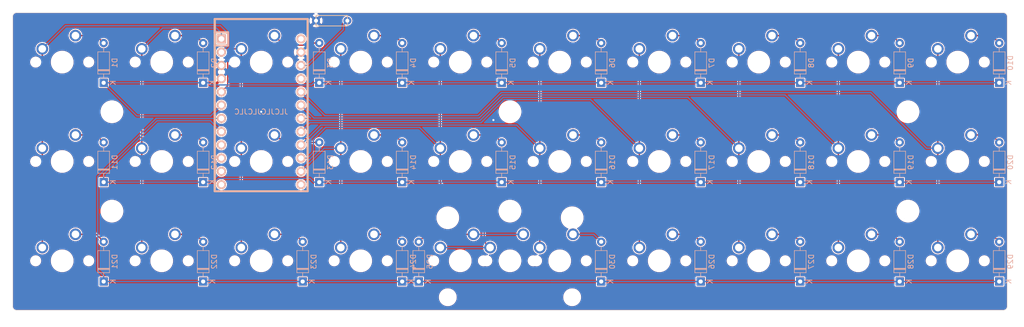
<source format=kicad_pcb>
(kicad_pcb (version 20171130) (host pcbnew "(5.1.4)-1")
  (layers (0 F.Cu signal) (31 B.Cu signal) (34 B.Paste user) (35 F.Paste user) (36 B.SilkS user) (37 F.SilkS user) (38 B.Mask user) (39 F.Mask user) (44 Edge.Cuts user))
  (net 0 "")
  (net 1 "Net-(D1-Pad2)")
  (net 2 "Net-(D2-Pad2)")
  (net 3 "Net-(D3-Pad2)")
  (net 4 "Net-(D4-Pad2)")
  (net 5 "Net-(D5-Pad2)")
  (net 6 "Net-(D6-Pad2)")
  (net 7 "Net-(D7-Pad2)")
  (net 8 "Net-(D8-Pad2)")
  (net 9 "Net-(D9-Pad2)")
  (net 10 "Net-(D10-Pad2)")
  (net 11 "Net-(D11-Pad2)")
  (net 12 "Net-(D12-Pad2)")
  (net 13 "Net-(D13-Pad2)")
  (net 14 "Net-(D14-Pad2)")
  (net 15 "Net-(D15-Pad2)")
  (net 16 "Net-(D16-Pad2)")
  (net 17 "Net-(D17-Pad2)")
  (net 18 "Net-(D18-Pad2)")
  (net 19 "Net-(D19-Pad2)")
  (net 20 "Net-(D20-Pad2)")
  (net 21 "Net-(D21-Pad2)")
  (net 22 "Net-(D22-Pad2)")
  (net 23 "Net-(D23-Pad2)")
  (net 24 "Net-(D24-Pad2)")
  (net 25 "Net-(D25-Pad2)")
  (net 26 "Net-(D26-Pad2)")
  (net 27 "Net-(D27-Pad2)")
  (net 28 "Net-(D28-Pad2)")
  (net 29 "Net-(D29-Pad2)")
  (net 30 "Net-(SW1-Pad2)")
  (net 31 "Net-(U1-Pad24)")
  (net 32 "Net-(U1-Pad12)")
  (net 33 "Net-(U1-Pad21)")
  (net 34 "Net-(U1-Pad13)")
  (net 35 "Net-(U1-Pad11)")
  (net 36 "Net-(U1-Pad10)")
  (net 37 "Net-(U1-Pad9)")
  (net 38 A)
  (net 39 B)
  (net 40 C)
  (net 41 0)
  (net 42 1)
  (net 43 2)
  (net 44 3)
  (net 45 4)
  (net 46 5)
  (net 47 6)
  (net 48 7)
  (net 49 8)
  (net 50 9)
  (net 51 GND)
  (net 52 "Net-(D30-Pad2)")
  (module Diode_THT:D_DO-35_SOD27_P7.62mm_Horizontal (layer B.Cu) (at 91.28125 65.0875 90)
    (fp_text reference D25 (at 3.81 2.12 90) (layer B.SilkS) (effects (justify mirror)))
    (fp_text value D_Small)
    (fp_text user K (at 0 1.8 90) (layer B.SilkS) (effects (justify mirror)))
    (pad 2 thru_hole oval (at 7.62 0 90) (size 1.6 1.6) (drill 0.8) (layers *.Cu *.Mask) (net 25 "Net-(D25-Pad2)"))
    (pad 1 thru_hole rect (at 0 0 90) (size 1.6 1.6) (drill 0.8) (layers *.Cu *.Mask) (net 40 C))
  )
  (module MX_Only:MXOnly-1U-NoLED (layer F.Cu) (at 99.21875 61.11875)
    (fp_text reference MX31)
    (fp_text value MX-NoLED)
    (pad 2 thru_hole circle (at 2.54 -5.08) (size 2.25 2.25) (drill 1.47) (layers *.Cu B.Mask) (net 25 "Net-(D25-Pad2)"))
    (pad "" np_thru_hole circle (at 0 0) (size 3.9878 3.9878) (drill 3.9878) (layers *.Cu *.Mask))
    (pad 1 thru_hole circle (at -3.81 -2.54) (size 2.25 2.25) (drill 1.47) (layers *.Cu B.Mask) (net 45 4))
    (pad "" np_thru_hole circle (at -5.08 0 48.0996) (size 1.75 1.75) (drill 1.75) (layers *.Cu *.Mask))
    (pad "" np_thru_hole circle (at 5.08 0 48.0996) (size 1.75 1.75) (drill 1.75) (layers *.Cu *.Mask))
  )
  (module MX_Only:MXOnly-1U-NoLED (layer F.Cu) (at 118.26875 61.11875)
    (fp_text reference MX30)
    (fp_text value MX-NoLED)
    (pad 2 thru_hole circle (at 2.54 -5.08) (size 2.25 2.25) (drill 1.47) (layers *.Cu B.Mask) (net 52 "Net-(D30-Pad2)"))
    (pad "" np_thru_hole circle (at 0 0) (size 3.9878 3.9878) (drill 3.9878) (layers *.Cu *.Mask))
    (pad 1 thru_hole circle (at -3.81 -2.54) (size 2.25 2.25) (drill 1.47) (layers *.Cu B.Mask) (net 46 5))
    (pad "" np_thru_hole circle (at -5.08 0 48.0996) (size 1.75 1.75) (drill 1.75) (layers *.Cu *.Mask))
    (pad "" np_thru_hole circle (at 5.08 0 48.0996) (size 1.75 1.75) (drill 1.75) (layers *.Cu *.Mask))
  )
  (module Diode_THT:D_DO-35_SOD27_P7.62mm_Horizontal (layer B.Cu) (at 126.20625 65.0875 90)
    (fp_text reference D30 (at 3.81 2.12 90) (layer B.SilkS) (effects (justify mirror)))
    (fp_text value D_Small)
    (fp_text user K (at 0 1.8 90) (layer B.SilkS) (effects (justify mirror)))
    (pad 2 thru_hole oval (at 7.62 0 90) (size 1.6 1.6) (drill 0.8) (layers *.Cu *.Mask) (net 52 "Net-(D30-Pad2)"))
    (pad 1 thru_hole rect (at 0 0 90) (size 1.6 1.6) (drill 0.8) (layers *.Cu *.Mask) (net 40 C))
  )
  (module kbd:M2_Hole_NPTH_Outside (layer F.Cu) (at 184.94375 51.59375)
    (fp_text reference REF** hide)
    (fp_text value M2_Hole_NPTH_Outside)
    (pad "" np_thru_hole circle (at 0 0) (size 4 4) (drill 4) (layers *.Cu *.Mask))
  )
  (module kbd:M2_Hole_NPTH_Outside (layer F.Cu) (at 184.94375 32.54375)
    (fp_text reference REF** hide)
    (fp_text value M2_Hole_NPTH_Outside)
    (pad "" np_thru_hole circle (at 0 0) (size 4 4) (drill 4) (layers *.Cu *.Mask))
  )
  (module kbd:M2_Hole_NPTH_Outside (layer F.Cu) (at 108.74375 32.54375)
    (fp_text reference REF** hide)
    (fp_text value M2_Hole_NPTH_Outside)
    (pad "" np_thru_hole circle (at 0 0) (size 4 4) (drill 4) (layers *.Cu *.Mask))
  )
  (module kbd:M2_Hole_NPTH_Outside (layer F.Cu) (at 108.74375 51.59375)
    (fp_text reference REF** hide)
    (fp_text value M2_Hole_NPTH_Outside)
    (pad "" np_thru_hole circle (at 0 0) (size 4 4) (drill 4) (layers *.Cu *.Mask))
  )
  (module kbd:M2_Hole_NPTH_Outside (layer F.Cu) (at 32.54375 51.59375)
    (fp_text reference REF** hide)
    (fp_text value M2_Hole_NPTH_Outside)
    (pad "" np_thru_hole circle (at 0 0) (size 4 4) (drill 4) (layers *.Cu *.Mask))
  )
  (module kbd:M2_Hole_NPTH_Outside (layer F.Cu) (at 32.54375 32.54375)
    (fp_text reference REF** hide)
    (fp_text value M2_Hole_NPTH_Outside)
    (pad "" np_thru_hole circle (at 0 0) (size 4 4) (drill 4) (layers *.Cu *.Mask))
  )
  (module rainstuff:promicro-good (layer F.Cu) (at 61.11875 32.54375 270)
    (fp_text reference U1 hide)
    (fp_text value ProMicro hide)
    (pad 24 thru_hole circle (at -13.97 -7.62 270) (size 1.7526 1.7526) (drill 1.0922) (layers *.Cu *.SilkS *.Mask) (net 31 "Net-(U1-Pad24)"))
    (pad 12 thru_hole circle (at 13.97 7.62 270) (size 1.7526 1.7526) (drill 1.0922) (layers *.Cu *.SilkS *.Mask) (net 32 "Net-(U1-Pad12)"))
    (pad 23 thru_hole circle (at -11.43 -7.62 270) (size 1.7526 1.7526) (drill 1.0922) (layers *.Cu *.SilkS *.Mask) (net 51 GND))
    (pad 22 thru_hole circle (at -8.89 -7.62 270) (size 1.7526 1.7526) (drill 1.0922) (layers *.Cu *.SilkS *.Mask) (net 30 "Net-(SW1-Pad2)"))
    (pad 21 thru_hole circle (at -6.35 -7.62 270) (size 1.7526 1.7526) (drill 1.0922) (layers *.Cu *.SilkS *.Mask) (net 33 "Net-(U1-Pad21)"))
    (pad 20 thru_hole circle (at -3.81 -7.62 270) (size 1.7526 1.7526) (drill 1.0922) (layers *.Cu *.SilkS *.Mask) (net 50 9))
    (pad 19 thru_hole circle (at -1.27 -7.62 270) (size 1.7526 1.7526) (drill 1.0922) (layers *.Cu *.SilkS *.Mask) (net 49 8))
    (pad 18 thru_hole circle (at 1.27 -7.62 270) (size 1.7526 1.7526) (drill 1.0922) (layers *.Cu *.SilkS *.Mask) (net 48 7))
    (pad 17 thru_hole circle (at 3.81 -7.62 270) (size 1.7526 1.7526) (drill 1.0922) (layers *.Cu *.SilkS *.Mask) (net 47 6))
    (pad 16 thru_hole circle (at 6.35 -7.62 270) (size 1.7526 1.7526) (drill 1.0922) (layers *.Cu *.SilkS *.Mask) (net 46 5))
    (pad 15 thru_hole circle (at 8.89 -7.62 270) (size 1.7526 1.7526) (drill 1.0922) (layers *.Cu *.SilkS *.Mask) (net 45 4))
    (pad 14 thru_hole circle (at 11.43 -7.62 270) (size 1.7526 1.7526) (drill 1.0922) (layers *.Cu *.SilkS *.Mask) (net 44 3))
    (pad 13 thru_hole circle (at 13.97 -7.62 270) (size 1.7526 1.7526) (drill 1.0922) (layers *.Cu *.SilkS *.Mask) (net 34 "Net-(U1-Pad13)"))
    (pad 11 thru_hole circle (at 11.43 7.62 270) (size 1.7526 1.7526) (drill 1.0922) (layers *.Cu *.SilkS *.Mask) (net 35 "Net-(U1-Pad11)"))
    (pad 10 thru_hole circle (at 8.89 7.62 270) (size 1.7526 1.7526) (drill 1.0922) (layers *.Cu *.SilkS *.Mask) (net 36 "Net-(U1-Pad10)"))
    (pad 9 thru_hole circle (at 6.35 7.62 270) (size 1.7526 1.7526) (drill 1.0922) (layers *.Cu *.SilkS *.Mask) (net 37 "Net-(U1-Pad9)"))
    (pad 8 thru_hole circle (at 3.81 7.62 270) (size 1.7526 1.7526) (drill 1.0922) (layers *.Cu *.SilkS *.Mask) (net 39 B))
    (pad 7 thru_hole circle (at 1.27 7.62 270) (size 1.7526 1.7526) (drill 1.0922) (layers *.Cu *.SilkS *.Mask) (net 40 C))
    (pad 6 thru_hole circle (at -1.27 7.62 270) (size 1.7526 1.7526) (drill 1.0922) (layers *.Cu *.SilkS *.Mask) (net 38 A))
    (pad 5 thru_hole circle (at -3.81 7.62 270) (size 1.7526 1.7526) (drill 1.0922) (layers *.Cu *.SilkS *.Mask) (net 43 2))
    (pad 4 thru_hole circle (at -6.35 7.62 270) (size 1.7526 1.7526) (drill 1.0922) (layers *.Cu *.SilkS *.Mask) (net 51 GND))
    (pad 3 thru_hole circle (at -8.89 7.62 270) (size 1.7526 1.7526) (drill 1.0922) (layers *.Cu *.SilkS *.Mask) (net 51 GND))
    (pad 2 thru_hole circle (at -11.43 7.62 270) (size 1.7526 1.7526) (drill 1.0922) (layers *.Cu *.SilkS *.Mask) (net 41 0))
    (pad 1 thru_hole rect (at -13.97 7.62 270) (size 1.7526 1.7526) (drill 1.0922) (layers *.Cu *.SilkS *.Mask) (net 42 1))
  )
  (module MX_Only:MXOnly-2U-ReversedStabilizers-NoLED (layer F.Cu) (at 108.74375 61.11875)
    (fp_text reference MX25)
    (fp_text value MX-NoLED)
    (pad 2 thru_hole circle (at 2.54 -5.08) (size 2.25 2.25) (drill 1.47) (layers *.Cu B.Mask) (net 25 "Net-(D25-Pad2)"))
    (pad "" np_thru_hole circle (at 0 0) (size 3.9878 3.9878) (drill 3.9878) (layers *.Cu *.Mask))
    (pad 1 thru_hole circle (at -3.81 -2.54) (size 2.25 2.25) (drill 1.47) (layers *.Cu B.Mask) (net 45 4))
    (pad "" np_thru_hole circle (at -5.08 0 48.0996) (size 1.75 1.75) (drill 1.75) (layers *.Cu *.Mask))
    (pad "" np_thru_hole circle (at 5.08 0 48.0996) (size 1.75 1.75) (drill 1.75) (layers *.Cu *.Mask))
    (pad "" np_thru_hole circle (at -11.90625 6.985) (size 3.048 3.048) (drill 3.048) (layers *.Cu *.Mask))
    (pad "" np_thru_hole circle (at 11.90625 6.985) (size 3.048 3.048) (drill 3.048) (layers *.Cu *.Mask))
    (pad "" np_thru_hole circle (at -11.90625 -8.255) (size 3.9878 3.9878) (drill 3.9878) (layers *.Cu *.Mask))
    (pad "" np_thru_hole circle (at 11.90625 -8.255) (size 3.9878 3.9878) (drill 3.9878) (layers *.Cu *.Mask))
  )
  (module rainstuff:tht-reset (layer F.Cu) (at 74.6125 15.08125)
    (fp_text reference SW1 hide)
    (fp_text value SW_PUSH)
    (pad 2 thru_hole circle (at 3 0) (size 1.524 1.524) (drill 0.762) (layers *.Cu *.Mask) (net 30 "Net-(SW1-Pad2)"))
    (pad 1 thru_hole circle (at -3 0) (size 1.524 1.524) (drill 0.762) (layers *.Cu *.Mask) (net 51 GND))
  )
  (module MX_Only:MXOnly-1U-NoLED (layer F.Cu) (at 194.46875 61.11875)
    (fp_text reference MX29)
    (fp_text value MX-NoLED)
    (pad 2 thru_hole circle (at 2.54 -5.08) (size 2.25 2.25) (drill 1.47) (layers *.Cu B.Mask) (net 29 "Net-(D29-Pad2)"))
    (pad "" np_thru_hole circle (at 0 0) (size 3.9878 3.9878) (drill 3.9878) (layers *.Cu *.Mask))
    (pad 1 thru_hole circle (at -3.81 -2.54) (size 2.25 2.25) (drill 1.47) (layers *.Cu B.Mask) (net 50 9))
    (pad "" np_thru_hole circle (at -5.08 0 48.0996) (size 1.75 1.75) (drill 1.75) (layers *.Cu *.Mask))
    (pad "" np_thru_hole circle (at 5.08 0 48.0996) (size 1.75 1.75) (drill 1.75) (layers *.Cu *.Mask))
  )
  (module MX_Only:MXOnly-1U-NoLED (layer F.Cu) (at 175.41875 61.11875)
    (fp_text reference MX28)
    (fp_text value MX-NoLED)
    (pad 2 thru_hole circle (at 2.54 -5.08) (size 2.25 2.25) (drill 1.47) (layers *.Cu B.Mask) (net 28 "Net-(D28-Pad2)"))
    (pad "" np_thru_hole circle (at 0 0) (size 3.9878 3.9878) (drill 3.9878) (layers *.Cu *.Mask))
    (pad 1 thru_hole circle (at -3.81 -2.54) (size 2.25 2.25) (drill 1.47) (layers *.Cu B.Mask) (net 49 8))
    (pad "" np_thru_hole circle (at -5.08 0 48.0996) (size 1.75 1.75) (drill 1.75) (layers *.Cu *.Mask))
    (pad "" np_thru_hole circle (at 5.08 0 48.0996) (size 1.75 1.75) (drill 1.75) (layers *.Cu *.Mask))
  )
  (module MX_Only:MXOnly-1U-NoLED (layer F.Cu) (at 156.36875 61.11875)
    (fp_text reference MX27)
    (fp_text value MX-NoLED)
    (pad 2 thru_hole circle (at 2.54 -5.08) (size 2.25 2.25) (drill 1.47) (layers *.Cu B.Mask) (net 27 "Net-(D27-Pad2)"))
    (pad "" np_thru_hole circle (at 0 0) (size 3.9878 3.9878) (drill 3.9878) (layers *.Cu *.Mask))
    (pad 1 thru_hole circle (at -3.81 -2.54) (size 2.25 2.25) (drill 1.47) (layers *.Cu B.Mask) (net 48 7))
    (pad "" np_thru_hole circle (at -5.08 0 48.0996) (size 1.75 1.75) (drill 1.75) (layers *.Cu *.Mask))
    (pad "" np_thru_hole circle (at 5.08 0 48.0996) (size 1.75 1.75) (drill 1.75) (layers *.Cu *.Mask))
  )
  (module MX_Only:MXOnly-1U-NoLED (layer F.Cu) (at 137.31875 61.11875)
    (fp_text reference MX26)
    (fp_text value MX-NoLED)
    (pad 2 thru_hole circle (at 2.54 -5.08) (size 2.25 2.25) (drill 1.47) (layers *.Cu B.Mask) (net 26 "Net-(D26-Pad2)"))
    (pad "" np_thru_hole circle (at 0 0) (size 3.9878 3.9878) (drill 3.9878) (layers *.Cu *.Mask))
    (pad 1 thru_hole circle (at -3.81 -2.54) (size 2.25 2.25) (drill 1.47) (layers *.Cu B.Mask) (net 47 6))
    (pad "" np_thru_hole circle (at -5.08 0 48.0996) (size 1.75 1.75) (drill 1.75) (layers *.Cu *.Mask))
    (pad "" np_thru_hole circle (at 5.08 0 48.0996) (size 1.75 1.75) (drill 1.75) (layers *.Cu *.Mask))
  )
  (module MX_Only:MXOnly-1U-NoLED (layer F.Cu) (at 80.16875 61.11875)
    (fp_text reference MX24)
    (fp_text value MX-NoLED)
    (pad 2 thru_hole circle (at 2.54 -5.08) (size 2.25 2.25) (drill 1.47) (layers *.Cu B.Mask) (net 24 "Net-(D24-Pad2)"))
    (pad "" np_thru_hole circle (at 0 0) (size 3.9878 3.9878) (drill 3.9878) (layers *.Cu *.Mask))
    (pad 1 thru_hole circle (at -3.81 -2.54) (size 2.25 2.25) (drill 1.47) (layers *.Cu B.Mask) (net 44 3))
    (pad "" np_thru_hole circle (at -5.08 0 48.0996) (size 1.75 1.75) (drill 1.75) (layers *.Cu *.Mask))
    (pad "" np_thru_hole circle (at 5.08 0 48.0996) (size 1.75 1.75) (drill 1.75) (layers *.Cu *.Mask))
  )
  (module MX_Only:MXOnly-1U-NoLED (layer F.Cu) (at 61.11875 61.11875)
    (fp_text reference MX23)
    (fp_text value MX-NoLED)
    (pad 2 thru_hole circle (at 2.54 -5.08) (size 2.25 2.25) (drill 1.47) (layers *.Cu B.Mask) (net 23 "Net-(D23-Pad2)"))
    (pad "" np_thru_hole circle (at 0 0) (size 3.9878 3.9878) (drill 3.9878) (layers *.Cu *.Mask))
    (pad 1 thru_hole circle (at -3.81 -2.54) (size 2.25 2.25) (drill 1.47) (layers *.Cu B.Mask) (net 43 2))
    (pad "" np_thru_hole circle (at -5.08 0 48.0996) (size 1.75 1.75) (drill 1.75) (layers *.Cu *.Mask))
    (pad "" np_thru_hole circle (at 5.08 0 48.0996) (size 1.75 1.75) (drill 1.75) (layers *.Cu *.Mask))
  )
  (module MX_Only:MXOnly-1U-NoLED (layer F.Cu) (at 42.06875 61.11875)
    (fp_text reference MX22)
    (fp_text value MX-NoLED)
    (pad 2 thru_hole circle (at 2.54 -5.08) (size 2.25 2.25) (drill 1.47) (layers *.Cu B.Mask) (net 22 "Net-(D22-Pad2)"))
    (pad "" np_thru_hole circle (at 0 0) (size 3.9878 3.9878) (drill 3.9878) (layers *.Cu *.Mask))
    (pad 1 thru_hole circle (at -3.81 -2.54) (size 2.25 2.25) (drill 1.47) (layers *.Cu B.Mask) (net 42 1))
    (pad "" np_thru_hole circle (at -5.08 0 48.0996) (size 1.75 1.75) (drill 1.75) (layers *.Cu *.Mask))
    (pad "" np_thru_hole circle (at 5.08 0 48.0996) (size 1.75 1.75) (drill 1.75) (layers *.Cu *.Mask))
  )
  (module MX_Only:MXOnly-1U-NoLED (layer F.Cu) (at 23.01875 61.11875)
    (fp_text reference MX21)
    (fp_text value MX-NoLED)
    (pad 2 thru_hole circle (at 2.54 -5.08) (size 2.25 2.25) (drill 1.47) (layers *.Cu B.Mask) (net 21 "Net-(D21-Pad2)"))
    (pad "" np_thru_hole circle (at 0 0) (size 3.9878 3.9878) (drill 3.9878) (layers *.Cu *.Mask))
    (pad 1 thru_hole circle (at -3.81 -2.54) (size 2.25 2.25) (drill 1.47) (layers *.Cu B.Mask) (net 41 0))
    (pad "" np_thru_hole circle (at -5.08 0 48.0996) (size 1.75 1.75) (drill 1.75) (layers *.Cu *.Mask))
    (pad "" np_thru_hole circle (at 5.08 0 48.0996) (size 1.75 1.75) (drill 1.75) (layers *.Cu *.Mask))
  )
  (module MX_Only:MXOnly-1U-NoLED (layer F.Cu) (at 194.46875 42.06875)
    (fp_text reference MX20)
    (fp_text value MX-NoLED)
    (pad 2 thru_hole circle (at 2.54 -5.08) (size 2.25 2.25) (drill 1.47) (layers *.Cu B.Mask) (net 20 "Net-(D20-Pad2)"))
    (pad "" np_thru_hole circle (at 0 0) (size 3.9878 3.9878) (drill 3.9878) (layers *.Cu *.Mask))
    (pad 1 thru_hole circle (at -3.81 -2.54) (size 2.25 2.25) (drill 1.47) (layers *.Cu B.Mask) (net 50 9))
    (pad "" np_thru_hole circle (at -5.08 0 48.0996) (size 1.75 1.75) (drill 1.75) (layers *.Cu *.Mask))
    (pad "" np_thru_hole circle (at 5.08 0 48.0996) (size 1.75 1.75) (drill 1.75) (layers *.Cu *.Mask))
  )
  (module MX_Only:MXOnly-1U-NoLED (layer F.Cu) (at 175.41875 42.06875)
    (fp_text reference MX19)
    (fp_text value MX-NoLED)
    (pad 2 thru_hole circle (at 2.54 -5.08) (size 2.25 2.25) (drill 1.47) (layers *.Cu B.Mask) (net 19 "Net-(D19-Pad2)"))
    (pad "" np_thru_hole circle (at 0 0) (size 3.9878 3.9878) (drill 3.9878) (layers *.Cu *.Mask))
    (pad 1 thru_hole circle (at -3.81 -2.54) (size 2.25 2.25) (drill 1.47) (layers *.Cu B.Mask) (net 49 8))
    (pad "" np_thru_hole circle (at -5.08 0 48.0996) (size 1.75 1.75) (drill 1.75) (layers *.Cu *.Mask))
    (pad "" np_thru_hole circle (at 5.08 0 48.0996) (size 1.75 1.75) (drill 1.75) (layers *.Cu *.Mask))
  )
  (module MX_Only:MXOnly-1U-NoLED (layer F.Cu) (at 156.36875 42.06875)
    (fp_text reference MX18)
    (fp_text value MX-NoLED)
    (pad 2 thru_hole circle (at 2.54 -5.08) (size 2.25 2.25) (drill 1.47) (layers *.Cu B.Mask) (net 18 "Net-(D18-Pad2)"))
    (pad "" np_thru_hole circle (at 0 0) (size 3.9878 3.9878) (drill 3.9878) (layers *.Cu *.Mask))
    (pad 1 thru_hole circle (at -3.81 -2.54) (size 2.25 2.25) (drill 1.47) (layers *.Cu B.Mask) (net 48 7))
    (pad "" np_thru_hole circle (at -5.08 0 48.0996) (size 1.75 1.75) (drill 1.75) (layers *.Cu *.Mask))
    (pad "" np_thru_hole circle (at 5.08 0 48.0996) (size 1.75 1.75) (drill 1.75) (layers *.Cu *.Mask))
  )
  (module MX_Only:MXOnly-1U-NoLED (layer F.Cu) (at 137.31875 42.06875)
    (fp_text reference MX17)
    (fp_text value MX-NoLED)
    (pad 2 thru_hole circle (at 2.54 -5.08) (size 2.25 2.25) (drill 1.47) (layers *.Cu B.Mask) (net 17 "Net-(D17-Pad2)"))
    (pad "" np_thru_hole circle (at 0 0) (size 3.9878 3.9878) (drill 3.9878) (layers *.Cu *.Mask))
    (pad 1 thru_hole circle (at -3.81 -2.54) (size 2.25 2.25) (drill 1.47) (layers *.Cu B.Mask) (net 47 6))
    (pad "" np_thru_hole circle (at -5.08 0 48.0996) (size 1.75 1.75) (drill 1.75) (layers *.Cu *.Mask))
    (pad "" np_thru_hole circle (at 5.08 0 48.0996) (size 1.75 1.75) (drill 1.75) (layers *.Cu *.Mask))
  )
  (module MX_Only:MXOnly-1U-NoLED (layer F.Cu) (at 118.26875 42.06875)
    (fp_text reference MX16)
    (fp_text value MX-NoLED)
    (pad 2 thru_hole circle (at 2.54 -5.08) (size 2.25 2.25) (drill 1.47) (layers *.Cu B.Mask) (net 16 "Net-(D16-Pad2)"))
    (pad "" np_thru_hole circle (at 0 0) (size 3.9878 3.9878) (drill 3.9878) (layers *.Cu *.Mask))
    (pad 1 thru_hole circle (at -3.81 -2.54) (size 2.25 2.25) (drill 1.47) (layers *.Cu B.Mask) (net 46 5))
    (pad "" np_thru_hole circle (at -5.08 0 48.0996) (size 1.75 1.75) (drill 1.75) (layers *.Cu *.Mask))
    (pad "" np_thru_hole circle (at 5.08 0 48.0996) (size 1.75 1.75) (drill 1.75) (layers *.Cu *.Mask))
  )
  (module MX_Only:MXOnly-1U-NoLED (layer F.Cu) (at 99.21875 42.06875)
    (fp_text reference MX15)
    (fp_text value MX-NoLED)
    (pad 2 thru_hole circle (at 2.54 -5.08) (size 2.25 2.25) (drill 1.47) (layers *.Cu B.Mask) (net 15 "Net-(D15-Pad2)"))
    (pad "" np_thru_hole circle (at 0 0) (size 3.9878 3.9878) (drill 3.9878) (layers *.Cu *.Mask))
    (pad 1 thru_hole circle (at -3.81 -2.54) (size 2.25 2.25) (drill 1.47) (layers *.Cu B.Mask) (net 45 4))
    (pad "" np_thru_hole circle (at -5.08 0 48.0996) (size 1.75 1.75) (drill 1.75) (layers *.Cu *.Mask))
    (pad "" np_thru_hole circle (at 5.08 0 48.0996) (size 1.75 1.75) (drill 1.75) (layers *.Cu *.Mask))
  )
  (module MX_Only:MXOnly-1U-NoLED (layer F.Cu) (at 80.16875 42.06875)
    (fp_text reference MX14)
    (fp_text value MX-NoLED)
    (pad 2 thru_hole circle (at 2.54 -5.08) (size 2.25 2.25) (drill 1.47) (layers *.Cu B.Mask) (net 14 "Net-(D14-Pad2)"))
    (pad "" np_thru_hole circle (at 0 0) (size 3.9878 3.9878) (drill 3.9878) (layers *.Cu *.Mask))
    (pad 1 thru_hole circle (at -3.81 -2.54) (size 2.25 2.25) (drill 1.47) (layers *.Cu B.Mask) (net 44 3))
    (pad "" np_thru_hole circle (at -5.08 0 48.0996) (size 1.75 1.75) (drill 1.75) (layers *.Cu *.Mask))
    (pad "" np_thru_hole circle (at 5.08 0 48.0996) (size 1.75 1.75) (drill 1.75) (layers *.Cu *.Mask))
  )
  (module MX_Only:MXOnly-1U-NoLED (layer F.Cu) (at 61.11875 42.06875)
    (fp_text reference MX13)
    (fp_text value MX-NoLED)
    (pad 2 thru_hole circle (at 2.54 -5.08) (size 2.25 2.25) (drill 1.47) (layers *.Cu B.Mask) (net 13 "Net-(D13-Pad2)"))
    (pad "" np_thru_hole circle (at 0 0) (size 3.9878 3.9878) (drill 3.9878) (layers *.Cu *.Mask))
    (pad 1 thru_hole circle (at -3.81 -2.54) (size 2.25 2.25) (drill 1.47) (layers *.Cu B.Mask) (net 43 2))
    (pad "" np_thru_hole circle (at -5.08 0 48.0996) (size 1.75 1.75) (drill 1.75) (layers *.Cu *.Mask))
    (pad "" np_thru_hole circle (at 5.08 0 48.0996) (size 1.75 1.75) (drill 1.75) (layers *.Cu *.Mask))
  )
  (module MX_Only:MXOnly-1U-NoLED (layer F.Cu) (at 42.06875 42.06875)
    (fp_text reference MX12)
    (fp_text value MX-NoLED)
    (pad 2 thru_hole circle (at 2.54 -5.08) (size 2.25 2.25) (drill 1.47) (layers *.Cu B.Mask) (net 12 "Net-(D12-Pad2)"))
    (pad "" np_thru_hole circle (at 0 0) (size 3.9878 3.9878) (drill 3.9878) (layers *.Cu *.Mask))
    (pad 1 thru_hole circle (at -3.81 -2.54) (size 2.25 2.25) (drill 1.47) (layers *.Cu B.Mask) (net 42 1))
    (pad "" np_thru_hole circle (at -5.08 0 48.0996) (size 1.75 1.75) (drill 1.75) (layers *.Cu *.Mask))
    (pad "" np_thru_hole circle (at 5.08 0 48.0996) (size 1.75 1.75) (drill 1.75) (layers *.Cu *.Mask))
  )
  (module MX_Only:MXOnly-1U-NoLED (layer F.Cu) (at 23.01875 42.06875)
    (fp_text reference MX11)
    (fp_text value MX-NoLED)
    (pad 2 thru_hole circle (at 2.54 -5.08) (size 2.25 2.25) (drill 1.47) (layers *.Cu B.Mask) (net 11 "Net-(D11-Pad2)"))
    (pad "" np_thru_hole circle (at 0 0) (size 3.9878 3.9878) (drill 3.9878) (layers *.Cu *.Mask))
    (pad 1 thru_hole circle (at -3.81 -2.54) (size 2.25 2.25) (drill 1.47) (layers *.Cu B.Mask) (net 41 0))
    (pad "" np_thru_hole circle (at -5.08 0 48.0996) (size 1.75 1.75) (drill 1.75) (layers *.Cu *.Mask))
    (pad "" np_thru_hole circle (at 5.08 0 48.0996) (size 1.75 1.75) (drill 1.75) (layers *.Cu *.Mask))
  )
  (module MX_Only:MXOnly-1U-NoLED (layer F.Cu) (at 194.46875 23.01875)
    (fp_text reference MX10)
    (fp_text value MX-NoLED)
    (pad 2 thru_hole circle (at 2.54 -5.08) (size 2.25 2.25) (drill 1.47) (layers *.Cu B.Mask) (net 10 "Net-(D10-Pad2)"))
    (pad "" np_thru_hole circle (at 0 0) (size 3.9878 3.9878) (drill 3.9878) (layers *.Cu *.Mask))
    (pad 1 thru_hole circle (at -3.81 -2.54) (size 2.25 2.25) (drill 1.47) (layers *.Cu B.Mask) (net 50 9))
    (pad "" np_thru_hole circle (at -5.08 0 48.0996) (size 1.75 1.75) (drill 1.75) (layers *.Cu *.Mask))
    (pad "" np_thru_hole circle (at 5.08 0 48.0996) (size 1.75 1.75) (drill 1.75) (layers *.Cu *.Mask))
  )
  (module MX_Only:MXOnly-1U-NoLED (layer F.Cu) (at 175.41875 23.01875)
    (fp_text reference MX9)
    (fp_text value MX-NoLED)
    (pad 2 thru_hole circle (at 2.54 -5.08) (size 2.25 2.25) (drill 1.47) (layers *.Cu B.Mask) (net 9 "Net-(D9-Pad2)"))
    (pad "" np_thru_hole circle (at 0 0) (size 3.9878 3.9878) (drill 3.9878) (layers *.Cu *.Mask))
    (pad 1 thru_hole circle (at -3.81 -2.54) (size 2.25 2.25) (drill 1.47) (layers *.Cu B.Mask) (net 49 8))
    (pad "" np_thru_hole circle (at -5.08 0 48.0996) (size 1.75 1.75) (drill 1.75) (layers *.Cu *.Mask))
    (pad "" np_thru_hole circle (at 5.08 0 48.0996) (size 1.75 1.75) (drill 1.75) (layers *.Cu *.Mask))
  )
  (module MX_Only:MXOnly-1U-NoLED (layer F.Cu) (at 156.36875 23.01875)
    (fp_text reference MX8)
    (fp_text value MX-NoLED)
    (pad 2 thru_hole circle (at 2.54 -5.08) (size 2.25 2.25) (drill 1.47) (layers *.Cu B.Mask) (net 8 "Net-(D8-Pad2)"))
    (pad "" np_thru_hole circle (at 0 0) (size 3.9878 3.9878) (drill 3.9878) (layers *.Cu *.Mask))
    (pad 1 thru_hole circle (at -3.81 -2.54) (size 2.25 2.25) (drill 1.47) (layers *.Cu B.Mask) (net 48 7))
    (pad "" np_thru_hole circle (at -5.08 0 48.0996) (size 1.75 1.75) (drill 1.75) (layers *.Cu *.Mask))
    (pad "" np_thru_hole circle (at 5.08 0 48.0996) (size 1.75 1.75) (drill 1.75) (layers *.Cu *.Mask))
  )
  (module MX_Only:MXOnly-1U-NoLED (layer F.Cu) (at 137.31875 23.01875)
    (fp_text reference MX7)
    (fp_text value MX-NoLED)
    (pad 2 thru_hole circle (at 2.54 -5.08) (size 2.25 2.25) (drill 1.47) (layers *.Cu B.Mask) (net 7 "Net-(D7-Pad2)"))
    (pad "" np_thru_hole circle (at 0 0) (size 3.9878 3.9878) (drill 3.9878) (layers *.Cu *.Mask))
    (pad 1 thru_hole circle (at -3.81 -2.54) (size 2.25 2.25) (drill 1.47) (layers *.Cu B.Mask) (net 47 6))
    (pad "" np_thru_hole circle (at -5.08 0 48.0996) (size 1.75 1.75) (drill 1.75) (layers *.Cu *.Mask))
    (pad "" np_thru_hole circle (at 5.08 0 48.0996) (size 1.75 1.75) (drill 1.75) (layers *.Cu *.Mask))
  )
  (module MX_Only:MXOnly-1U-NoLED (layer F.Cu) (at 118.26875 23.01875)
    (fp_text reference MX6)
    (fp_text value MX-NoLED)
    (pad 2 thru_hole circle (at 2.54 -5.08) (size 2.25 2.25) (drill 1.47) (layers *.Cu B.Mask) (net 6 "Net-(D6-Pad2)"))
    (pad "" np_thru_hole circle (at 0 0) (size 3.9878 3.9878) (drill 3.9878) (layers *.Cu *.Mask))
    (pad 1 thru_hole circle (at -3.81 -2.54) (size 2.25 2.25) (drill 1.47) (layers *.Cu B.Mask) (net 46 5))
    (pad "" np_thru_hole circle (at -5.08 0 48.0996) (size 1.75 1.75) (drill 1.75) (layers *.Cu *.Mask))
    (pad "" np_thru_hole circle (at 5.08 0 48.0996) (size 1.75 1.75) (drill 1.75) (layers *.Cu *.Mask))
  )
  (module MX_Only:MXOnly-1U-NoLED (layer F.Cu) (at 99.21875 23.01875)
    (fp_text reference MX5)
    (fp_text value MX-NoLED)
    (pad 2 thru_hole circle (at 2.54 -5.08) (size 2.25 2.25) (drill 1.47) (layers *.Cu B.Mask) (net 5 "Net-(D5-Pad2)"))
    (pad "" np_thru_hole circle (at 0 0) (size 3.9878 3.9878) (drill 3.9878) (layers *.Cu *.Mask))
    (pad 1 thru_hole circle (at -3.81 -2.54) (size 2.25 2.25) (drill 1.47) (layers *.Cu B.Mask) (net 45 4))
    (pad "" np_thru_hole circle (at -5.08 0 48.0996) (size 1.75 1.75) (drill 1.75) (layers *.Cu *.Mask))
    (pad "" np_thru_hole circle (at 5.08 0 48.0996) (size 1.75 1.75) (drill 1.75) (layers *.Cu *.Mask))
  )
  (module MX_Only:MXOnly-1U-NoLED (layer F.Cu) (at 80.16875 23.01875)
    (fp_text reference MX4)
    (fp_text value MX-NoLED)
    (pad 2 thru_hole circle (at 2.54 -5.08) (size 2.25 2.25) (drill 1.47) (layers *.Cu B.Mask) (net 4 "Net-(D4-Pad2)"))
    (pad "" np_thru_hole circle (at 0 0) (size 3.9878 3.9878) (drill 3.9878) (layers *.Cu *.Mask))
    (pad 1 thru_hole circle (at -3.81 -2.54) (size 2.25 2.25) (drill 1.47) (layers *.Cu B.Mask) (net 44 3))
    (pad "" np_thru_hole circle (at -5.08 0 48.0996) (size 1.75 1.75) (drill 1.75) (layers *.Cu *.Mask))
    (pad "" np_thru_hole circle (at 5.08 0 48.0996) (size 1.75 1.75) (drill 1.75) (layers *.Cu *.Mask))
  )
  (module MX_Only:MXOnly-1U-NoLED (layer F.Cu) (at 61.11875 23.01875)
    (fp_text reference MX3)
    (fp_text value MX-NoLED)
    (pad 2 thru_hole circle (at 2.54 -5.08) (size 2.25 2.25) (drill 1.47) (layers *.Cu B.Mask) (net 3 "Net-(D3-Pad2)"))
    (pad "" np_thru_hole circle (at 0 0) (size 3.9878 3.9878) (drill 3.9878) (layers *.Cu *.Mask))
    (pad 1 thru_hole circle (at -3.81 -2.54) (size 2.25 2.25) (drill 1.47) (layers *.Cu B.Mask) (net 43 2))
    (pad "" np_thru_hole circle (at -5.08 0 48.0996) (size 1.75 1.75) (drill 1.75) (layers *.Cu *.Mask))
    (pad "" np_thru_hole circle (at 5.08 0 48.0996) (size 1.75 1.75) (drill 1.75) (layers *.Cu *.Mask))
  )
  (module MX_Only:MXOnly-1U-NoLED (layer F.Cu) (at 42.06875 23.01875)
    (fp_text reference MX2)
    (fp_text value MX-NoLED)
    (pad 2 thru_hole circle (at 2.54 -5.08) (size 2.25 2.25) (drill 1.47) (layers *.Cu B.Mask) (net 2 "Net-(D2-Pad2)"))
    (pad "" np_thru_hole circle (at 0 0) (size 3.9878 3.9878) (drill 3.9878) (layers *.Cu *.Mask))
    (pad 1 thru_hole circle (at -3.81 -2.54) (size 2.25 2.25) (drill 1.47) (layers *.Cu B.Mask) (net 42 1))
    (pad "" np_thru_hole circle (at -5.08 0 48.0996) (size 1.75 1.75) (drill 1.75) (layers *.Cu *.Mask))
    (pad "" np_thru_hole circle (at 5.08 0 48.0996) (size 1.75 1.75) (drill 1.75) (layers *.Cu *.Mask))
  )
  (module MX_Only:MXOnly-1U-NoLED (layer F.Cu) (at 23.01875 23.01875)
    (fp_text reference MX1)
    (fp_text value MX-NoLED)
    (pad "" np_thru_hole circle (at 5.08 0 48.0996) (size 1.75 1.75) (drill 1.75) (layers *.Cu *.Mask))
    (pad "" np_thru_hole circle (at -5.08 0 48.0996) (size 1.75 1.75) (drill 1.75) (layers *.Cu *.Mask))
    (pad 1 thru_hole circle (at -3.81 -2.54) (size 2.25 2.25) (drill 1.47) (layers *.Cu B.Mask) (net 41 0))
    (pad "" np_thru_hole circle (at 0 0) (size 3.9878 3.9878) (drill 3.9878) (layers *.Cu *.Mask))
    (pad 2 thru_hole circle (at 2.54 -5.08) (size 2.25 2.25) (drill 1.47) (layers *.Cu B.Mask) (net 1 "Net-(D1-Pad2)"))
  )
  (module Diode_THT:D_DO-35_SOD27_P7.62mm_Horizontal (layer B.Cu) (at 202.40625 65.0875 90)
    (fp_text reference D29 (at 3.81 2.12 90) (layer B.SilkS) (effects (justify mirror)))
    (fp_text value D_Small)
    (fp_text user K (at 0 1.8 90) (layer B.SilkS) (effects (justify mirror)))
    (pad 2 thru_hole oval (at 7.62 0 90) (size 1.6 1.6) (drill 0.8) (layers *.Cu *.Mask) (net 29 "Net-(D29-Pad2)"))
    (pad 1 thru_hole rect (at 0 0 90) (size 1.6 1.6) (drill 0.8) (layers *.Cu *.Mask) (net 40 C))
  )
  (module Diode_THT:D_DO-35_SOD27_P7.62mm_Horizontal (layer B.Cu) (at 183.35625 65.0875 90)
    (fp_text reference D28 (at 3.81 2.12 90) (layer B.SilkS) (effects (justify mirror)))
    (fp_text value D_Small)
    (fp_text user K (at 0 1.8 90) (layer B.SilkS) (effects (justify mirror)))
    (pad 2 thru_hole oval (at 7.62 0 90) (size 1.6 1.6) (drill 0.8) (layers *.Cu *.Mask) (net 28 "Net-(D28-Pad2)"))
    (pad 1 thru_hole rect (at 0 0 90) (size 1.6 1.6) (drill 0.8) (layers *.Cu *.Mask) (net 40 C))
  )
  (module Diode_THT:D_DO-35_SOD27_P7.62mm_Horizontal (layer B.Cu) (at 164.30625 65.0875 90)
    (fp_text reference D27 (at 3.81 2.12 90) (layer B.SilkS) (effects (justify mirror)))
    (fp_text value D_Small)
    (fp_text user K (at 0 1.8 90) (layer B.SilkS) (effects (justify mirror)))
    (pad 2 thru_hole oval (at 7.62 0 90) (size 1.6 1.6) (drill 0.8) (layers *.Cu *.Mask) (net 27 "Net-(D27-Pad2)"))
    (pad 1 thru_hole rect (at 0 0 90) (size 1.6 1.6) (drill 0.8) (layers *.Cu *.Mask) (net 40 C))
  )
  (module Diode_THT:D_DO-35_SOD27_P7.62mm_Horizontal (layer B.Cu) (at 145.25625 65.0875 90)
    (fp_text reference D26 (at 3.81 2.12 90) (layer B.SilkS) (effects (justify mirror)))
    (fp_text value D_Small)
    (fp_text user K (at 0 1.8 90) (layer B.SilkS) (effects (justify mirror)))
    (pad 2 thru_hole oval (at 7.62 0 90) (size 1.6 1.6) (drill 0.8) (layers *.Cu *.Mask) (net 26 "Net-(D26-Pad2)"))
    (pad 1 thru_hole rect (at 0 0 90) (size 1.6 1.6) (drill 0.8) (layers *.Cu *.Mask) (net 40 C))
  )
  (module Diode_THT:D_DO-35_SOD27_P7.62mm_Horizontal (layer B.Cu) (at 88.10625 65.0875 90)
    (fp_text reference D24 (at 3.81 2.12 90) (layer B.SilkS) (effects (justify mirror)))
    (fp_text value D_Small)
    (fp_text user K (at 0 1.8 90) (layer B.SilkS) (effects (justify mirror)))
    (pad 2 thru_hole oval (at 7.62 0 90) (size 1.6 1.6) (drill 0.8) (layers *.Cu *.Mask) (net 24 "Net-(D24-Pad2)"))
    (pad 1 thru_hole rect (at 0 0 90) (size 1.6 1.6) (drill 0.8) (layers *.Cu *.Mask) (net 40 C))
  )
  (module Diode_THT:D_DO-35_SOD27_P7.62mm_Horizontal (layer B.Cu) (at 69.05625 65.0875 90)
    (fp_text reference D23 (at 3.81 2.12 90) (layer B.SilkS) (effects (justify mirror)))
    (fp_text value D_Small)
    (fp_text user K (at 0 1.8 90) (layer B.SilkS) (effects (justify mirror)))
    (pad 2 thru_hole oval (at 7.62 0 90) (size 1.6 1.6) (drill 0.8) (layers *.Cu *.Mask) (net 23 "Net-(D23-Pad2)"))
    (pad 1 thru_hole rect (at 0 0 90) (size 1.6 1.6) (drill 0.8) (layers *.Cu *.Mask) (net 40 C))
  )
  (module Diode_THT:D_DO-35_SOD27_P7.62mm_Horizontal (layer B.Cu) (at 50.00625 65.0875 90)
    (fp_text reference D22 (at 3.81 2.12 90) (layer B.SilkS) (effects (justify mirror)))
    (fp_text value D_Small)
    (fp_text user K (at 0 1.8 90) (layer B.SilkS) (effects (justify mirror)))
    (pad 2 thru_hole oval (at 7.62 0 90) (size 1.6 1.6) (drill 0.8) (layers *.Cu *.Mask) (net 22 "Net-(D22-Pad2)"))
    (pad 1 thru_hole rect (at 0 0 90) (size 1.6 1.6) (drill 0.8) (layers *.Cu *.Mask) (net 40 C))
  )
  (module Diode_THT:D_DO-35_SOD27_P7.62mm_Horizontal (layer B.Cu) (at 30.95625 65.0875 90)
    (fp_text reference D21 (at 3.81 2.12 90) (layer B.SilkS) (effects (justify mirror)))
    (fp_text value D_Small)
    (fp_text user K (at 0 1.8 90) (layer B.SilkS) (effects (justify mirror)))
    (pad 2 thru_hole oval (at 7.62 0 90) (size 1.6 1.6) (drill 0.8) (layers *.Cu *.Mask) (net 21 "Net-(D21-Pad2)"))
    (pad 1 thru_hole rect (at 0 0 90) (size 1.6 1.6) (drill 0.8) (layers *.Cu *.Mask) (net 40 C))
  )
  (module Diode_THT:D_DO-35_SOD27_P7.62mm_Horizontal (layer B.Cu) (at 202.40625 46.0375 90)
    (fp_text reference D20 (at 3.81 2.12 90) (layer B.SilkS) (effects (justify mirror)))
    (fp_text value D_Small)
    (fp_text user K (at 0 1.8 90) (layer B.SilkS) (effects (justify mirror)))
    (pad 2 thru_hole oval (at 7.62 0 90) (size 1.6 1.6) (drill 0.8) (layers *.Cu *.Mask) (net 20 "Net-(D20-Pad2)"))
    (pad 1 thru_hole rect (at 0 0 90) (size 1.6 1.6) (drill 0.8) (layers *.Cu *.Mask) (net 39 B))
  )
  (module Diode_THT:D_DO-35_SOD27_P7.62mm_Horizontal (layer B.Cu) (at 183.35625 46.0375 90)
    (fp_text reference D19 (at 3.81 2.12 90) (layer B.SilkS) (effects (justify mirror)))
    (fp_text value D_Small)
    (fp_text user K (at 0 1.8 90) (layer B.SilkS) (effects (justify mirror)))
    (pad 2 thru_hole oval (at 7.62 0 90) (size 1.6 1.6) (drill 0.8) (layers *.Cu *.Mask) (net 19 "Net-(D19-Pad2)"))
    (pad 1 thru_hole rect (at 0 0 90) (size 1.6 1.6) (drill 0.8) (layers *.Cu *.Mask) (net 39 B))
  )
  (module Diode_THT:D_DO-35_SOD27_P7.62mm_Horizontal (layer B.Cu) (at 164.30625 46.0375 90)
    (fp_text reference D18 (at 3.81 2.12 90) (layer B.SilkS) (effects (justify mirror)))
    (fp_text value D_Small)
    (fp_text user K (at 0 1.8 90) (layer B.SilkS) (effects (justify mirror)))
    (pad 2 thru_hole oval (at 7.62 0 90) (size 1.6 1.6) (drill 0.8) (layers *.Cu *.Mask) (net 18 "Net-(D18-Pad2)"))
    (pad 1 thru_hole rect (at 0 0 90) (size 1.6 1.6) (drill 0.8) (layers *.Cu *.Mask) (net 39 B))
  )
  (module Diode_THT:D_DO-35_SOD27_P7.62mm_Horizontal (layer B.Cu) (at 145.25625 46.0375 90)
    (fp_text reference D17 (at 3.81 2.12 90) (layer B.SilkS) (effects (justify mirror)))
    (fp_text value D_Small)
    (fp_text user K (at 0 1.8 90) (layer B.SilkS) (effects (justify mirror)))
    (pad 2 thru_hole oval (at 7.62 0 90) (size 1.6 1.6) (drill 0.8) (layers *.Cu *.Mask) (net 17 "Net-(D17-Pad2)"))
    (pad 1 thru_hole rect (at 0 0 90) (size 1.6 1.6) (drill 0.8) (layers *.Cu *.Mask) (net 39 B))
  )
  (module Diode_THT:D_DO-35_SOD27_P7.62mm_Horizontal (layer B.Cu) (at 126.20625 46.0375 90)
    (fp_text reference D16 (at 3.81 2.12 90) (layer B.SilkS) (effects (justify mirror)))
    (fp_text value D_Small)
    (fp_text user K (at 0 1.8 90) (layer B.SilkS) (effects (justify mirror)))
    (pad 2 thru_hole oval (at 7.62 0 90) (size 1.6 1.6) (drill 0.8) (layers *.Cu *.Mask) (net 16 "Net-(D16-Pad2)"))
    (pad 1 thru_hole rect (at 0 0 90) (size 1.6 1.6) (drill 0.8) (layers *.Cu *.Mask) (net 39 B))
  )
  (module Diode_THT:D_DO-35_SOD27_P7.62mm_Horizontal (layer B.Cu) (at 107.15625 46.0375 90)
    (fp_text reference D15 (at 3.81 2.12 90) (layer B.SilkS) (effects (justify mirror)))
    (fp_text value D_Small)
    (fp_text user K (at 0 1.8 90) (layer B.SilkS) (effects (justify mirror)))
    (pad 2 thru_hole oval (at 7.62 0 90) (size 1.6 1.6) (drill 0.8) (layers *.Cu *.Mask) (net 15 "Net-(D15-Pad2)"))
    (pad 1 thru_hole rect (at 0 0 90) (size 1.6 1.6) (drill 0.8) (layers *.Cu *.Mask) (net 39 B))
  )
  (module Diode_THT:D_DO-35_SOD27_P7.62mm_Horizontal (layer B.Cu) (at 88.10625 46.0375 90)
    (fp_text reference D14 (at 3.81 2.12 90) (layer B.SilkS) (effects (justify mirror)))
    (fp_text value D_Small)
    (fp_text user K (at 0 1.8 90) (layer B.SilkS) (effects (justify mirror)))
    (pad 2 thru_hole oval (at 7.62 0 90) (size 1.6 1.6) (drill 0.8) (layers *.Cu *.Mask) (net 14 "Net-(D14-Pad2)"))
    (pad 1 thru_hole rect (at 0 0 90) (size 1.6 1.6) (drill 0.8) (layers *.Cu *.Mask) (net 39 B))
  )
  (module Diode_THT:D_DO-35_SOD27_P7.62mm_Horizontal (layer B.Cu) (at 72.23125 46.0375 90)
    (fp_text reference D13 (at 3.81 2.12 90) (layer B.SilkS) (effects (justify mirror)))
    (fp_text value D_Small)
    (fp_text user K (at 0 1.8 90) (layer B.SilkS) (effects (justify mirror)))
    (pad 2 thru_hole oval (at 7.62 0 90) (size 1.6 1.6) (drill 0.8) (layers *.Cu *.Mask) (net 13 "Net-(D13-Pad2)"))
    (pad 1 thru_hole rect (at 0 0 90) (size 1.6 1.6) (drill 0.8) (layers *.Cu *.Mask) (net 39 B))
  )
  (module Diode_THT:D_DO-35_SOD27_P7.62mm_Horizontal (layer B.Cu) (at 50.00625 46.0375 90)
    (fp_text reference D12 (at 3.81 2.12 90) (layer B.SilkS) (effects (justify mirror)))
    (fp_text value D_Small)
    (fp_text user K (at 0 1.8 90) (layer B.SilkS) (effects (justify mirror)))
    (pad 2 thru_hole oval (at 7.62 0 90) (size 1.6 1.6) (drill 0.8) (layers *.Cu *.Mask) (net 12 "Net-(D12-Pad2)"))
    (pad 1 thru_hole rect (at 0 0 90) (size 1.6 1.6) (drill 0.8) (layers *.Cu *.Mask) (net 39 B))
  )
  (module Diode_THT:D_DO-35_SOD27_P7.62mm_Horizontal (layer B.Cu) (at 30.95625 46.0375 90)
    (fp_text reference D11 (at 3.81 2.12 90) (layer B.SilkS) (effects (justify mirror)))
    (fp_text value D_Small)
    (fp_text user K (at 0 1.8 90) (layer B.SilkS) (effects (justify mirror)))
    (pad 2 thru_hole oval (at 7.62 0 90) (size 1.6 1.6) (drill 0.8) (layers *.Cu *.Mask) (net 11 "Net-(D11-Pad2)"))
    (pad 1 thru_hole rect (at 0 0 90) (size 1.6 1.6) (drill 0.8) (layers *.Cu *.Mask) (net 39 B))
  )
  (module Diode_THT:D_DO-35_SOD27_P7.62mm_Horizontal (layer B.Cu) (at 202.40625 26.9875 90)
    (fp_text reference D10 (at 3.81 2.12 90) (layer B.SilkS) (effects (justify mirror)))
    (fp_text value D_Small)
    (fp_text user K (at 0 1.8 90) (layer B.SilkS) (effects (justify mirror)))
    (pad 2 thru_hole oval (at 7.62 0 90) (size 1.6 1.6) (drill 0.8) (layers *.Cu *.Mask) (net 10 "Net-(D10-Pad2)"))
    (pad 1 thru_hole rect (at 0 0 90) (size 1.6 1.6) (drill 0.8) (layers *.Cu *.Mask) (net 38 A))
  )
  (module Diode_THT:D_DO-35_SOD27_P7.62mm_Horizontal (layer B.Cu) (at 183.35625 26.9875 90)
    (fp_text reference D9 (at 3.81 2.12 90) (layer B.SilkS) (effects (justify mirror)))
    (fp_text value D_Small)
    (fp_text user K (at 0 1.8 90) (layer B.SilkS) (effects (justify mirror)))
    (pad 2 thru_hole oval (at 7.62 0 90) (size 1.6 1.6) (drill 0.8) (layers *.Cu *.Mask) (net 9 "Net-(D9-Pad2)"))
    (pad 1 thru_hole rect (at 0 0 90) (size 1.6 1.6) (drill 0.8) (layers *.Cu *.Mask) (net 38 A))
  )
  (module Diode_THT:D_DO-35_SOD27_P7.62mm_Horizontal (layer B.Cu) (at 164.30625 26.9875 90)
    (fp_text reference D8 (at 3.81 2.12 90) (layer B.SilkS) (effects (justify mirror)))
    (fp_text value D_Small)
    (fp_text user K (at 0 1.8 90) (layer B.SilkS) (effects (justify mirror)))
    (pad 2 thru_hole oval (at 7.62 0 90) (size 1.6 1.6) (drill 0.8) (layers *.Cu *.Mask) (net 8 "Net-(D8-Pad2)"))
    (pad 1 thru_hole rect (at 0 0 90) (size 1.6 1.6) (drill 0.8) (layers *.Cu *.Mask) (net 38 A))
  )
  (module Diode_THT:D_DO-35_SOD27_P7.62mm_Horizontal (layer B.Cu) (at 145.25625 26.9875 90)
    (fp_text reference D7 (at 3.81 2.12 90) (layer B.SilkS) (effects (justify mirror)))
    (fp_text value D_Small)
    (fp_text user K (at 0 1.8 90) (layer B.SilkS) (effects (justify mirror)))
    (pad 2 thru_hole oval (at 7.62 0 90) (size 1.6 1.6) (drill 0.8) (layers *.Cu *.Mask) (net 7 "Net-(D7-Pad2)"))
    (pad 1 thru_hole rect (at 0 0 90) (size 1.6 1.6) (drill 0.8) (layers *.Cu *.Mask) (net 38 A))
  )
  (module Diode_THT:D_DO-35_SOD27_P7.62mm_Horizontal (layer B.Cu) (at 126.20625 26.9875 90)
    (fp_text reference D6 (at 3.81 2.12 90) (layer B.SilkS) (effects (justify mirror)))
    (fp_text value D_Small)
    (fp_text user K (at 0 1.8 90) (layer B.SilkS) (effects (justify mirror)))
    (pad 2 thru_hole oval (at 7.62 0 90) (size 1.6 1.6) (drill 0.8) (layers *.Cu *.Mask) (net 6 "Net-(D6-Pad2)"))
    (pad 1 thru_hole rect (at 0 0 90) (size 1.6 1.6) (drill 0.8) (layers *.Cu *.Mask) (net 38 A))
  )
  (module Diode_THT:D_DO-35_SOD27_P7.62mm_Horizontal (layer B.Cu) (at 107.15625 26.9875 90)
    (fp_text reference D5 (at 3.81 2.12 90) (layer B.SilkS) (effects (justify mirror)))
    (fp_text value D_Small)
    (fp_text user K (at 0 1.8 90) (layer B.SilkS) (effects (justify mirror)))
    (pad 2 thru_hole oval (at 7.62 0 90) (size 1.6 1.6) (drill 0.8) (layers *.Cu *.Mask) (net 5 "Net-(D5-Pad2)"))
    (pad 1 thru_hole rect (at 0 0 90) (size 1.6 1.6) (drill 0.8) (layers *.Cu *.Mask) (net 38 A))
  )
  (module Diode_THT:D_DO-35_SOD27_P7.62mm_Horizontal (layer B.Cu) (at 88.10625 26.9875 90)
    (fp_text reference D4 (at 3.81 2.12 90) (layer B.SilkS) (effects (justify mirror)))
    (fp_text value D_Small)
    (fp_text user K (at 0 1.8 90) (layer B.SilkS) (effects (justify mirror)))
    (pad 2 thru_hole oval (at 7.62 0 90) (size 1.6 1.6) (drill 0.8) (layers *.Cu *.Mask) (net 4 "Net-(D4-Pad2)"))
    (pad 1 thru_hole rect (at 0 0 90) (size 1.6 1.6) (drill 0.8) (layers *.Cu *.Mask) (net 38 A))
  )
  (module Diode_THT:D_DO-35_SOD27_P7.62mm_Horizontal (layer B.Cu) (at 72.23125 26.9875 90)
    (fp_text reference D3 (at 3.81 2.12 270) (layer B.SilkS) (effects (justify mirror)))
    (fp_text value D_Small)
    (fp_text user K (at 0 1.8 270) (layer B.SilkS) (effects (justify mirror)))
    (pad 2 thru_hole oval (at 7.62 0 90) (size 1.6 1.6) (drill 0.8) (layers *.Cu *.Mask) (net 3 "Net-(D3-Pad2)"))
    (pad 1 thru_hole rect (at 0 0 90) (size 1.6 1.6) (drill 0.8) (layers *.Cu *.Mask) (net 38 A))
  )
  (module Diode_THT:D_DO-35_SOD27_P7.62mm_Horizontal (layer B.Cu) (at 50.00625 26.9875 90)
    (fp_text reference D2 (at 3.81 2.12 90) (layer B.SilkS) (effects (justify mirror)))
    (fp_text value D_Small)
    (fp_text user K (at 0 1.8 90) (layer B.SilkS) (effects (justify mirror)))
    (pad 2 thru_hole oval (at 7.62 0 90) (size 1.6 1.6) (drill 0.8) (layers *.Cu *.Mask) (net 2 "Net-(D2-Pad2)"))
    (pad 1 thru_hole rect (at 0 0 90) (size 1.6 1.6) (drill 0.8) (layers *.Cu *.Mask) (net 38 A))
  )
  (module Diode_THT:D_DO-35_SOD27_P7.62mm_Horizontal (layer B.Cu) (at 30.95625 26.9875 90)
    (fp_text reference D1 (at 3.81 2.12 90) (layer B.SilkS) (effects (justify mirror)))
    (fp_text value D_Small)
    (fp_text user K (at 0 1.8 90) (layer B.SilkS) (effects (justify mirror)))
    (pad 2 thru_hole oval (at 7.62 0 90) (size 1.6 1.6) (drill 0.8) (layers *.Cu *.Mask) (net 1 "Net-(D1-Pad2)"))
    (pad 1 thru_hole rect (at 0 0 90) (size 1.6 1.6) (drill 0.8) (layers *.Cu *.Mask) (net 38 A))
  )
  (gr_text JLCJLCJLCJLC (at 61.11875 32.54375) (layer B.SilkS) (effects (font (size 1 1)) (justify mirror)))
  (gr_line (start 13.49375 14.2875) (end 13.49375 69.85) (layer Edge.Cuts) (width 0.05))
  (gr_line (start 203.2 13.49375) (end 14.2875 13.49375) (layer Edge.Cuts) (width 0.05))
  (gr_line (start 203.99375 69.85) (end 203.99375 14.2875) (layer Edge.Cuts) (width 0.05))
  (gr_line (start 14.2875 70.64375) (end 203.2 70.64375) (layer Edge.Cuts) (width 0.05))
  (gr_arc (start 14.2875 69.85) (end 13.49375 69.85) (angle -90) (layer Edge.Cuts) (width 0.05))
  (gr_arc (start 14.2875 14.2875) (end 14.2875 13.49375) (angle -90) (layer Edge.Cuts) (width 0.05))
  (gr_arc (start 203.2 14.2875) (end 203.99375 14.2875) (angle -90) (layer Edge.Cuts) (width 0.05))
  (gr_arc (start 203.2 69.85) (end 203.2 70.64375) (angle -90) (layer Edge.Cuts) (width 0.05))
  (segment (start 29.5275 17.93875) (end 30.95625 19.3675) (width 0.25) (layer F.Cu) (net 1))
  (segment (start 25.55875 17.93875) (end 29.5275 17.93875) (width 0.25) (layer F.Cu) (net 1))
  (segment (start 48.5775 17.93875) (end 50.00625 19.3675) (width 0.25) (layer F.Cu) (net 2))
  (segment (start 44.60875 17.93875) (end 48.5775 17.93875) (width 0.25) (layer F.Cu) (net 2))
  (segment (start 71.09988 19.3675) (end 72.23125 19.3675) (width 0.25) (layer F.Cu) (net 3))
  (segment (start 70.692329 19.775051) (end 71.09988 19.3675) (width 0.25) (layer F.Cu) (net 3))
  (segment (start 65.495051 19.775051) (end 70.692329 19.775051) (width 0.25) (layer F.Cu) (net 3))
  (segment (start 63.65875 17.93875) (end 65.495051 19.775051) (width 0.25) (layer F.Cu) (net 3))
  (segment (start 86.6775 17.93875) (end 88.10625 19.3675) (width 0.25) (layer F.Cu) (net 4))
  (segment (start 82.70875 17.93875) (end 86.6775 17.93875) (width 0.25) (layer F.Cu) (net 4))
  (segment (start 105.7275 17.93875) (end 107.15625 19.3675) (width 0.25) (layer F.Cu) (net 5))
  (segment (start 101.75875 17.93875) (end 105.7275 17.93875) (width 0.25) (layer F.Cu) (net 5))
  (segment (start 124.7775 17.93875) (end 126.20625 19.3675) (width 0.25) (layer F.Cu) (net 6))
  (segment (start 120.80875 17.93875) (end 124.7775 17.93875) (width 0.25) (layer F.Cu) (net 6))
  (segment (start 143.8275 17.93875) (end 145.25625 19.3675) (width 0.25) (layer F.Cu) (net 7))
  (segment (start 139.85875 17.93875) (end 143.8275 17.93875) (width 0.25) (layer F.Cu) (net 7))
  (segment (start 162.8775 17.93875) (end 164.30625 19.3675) (width 0.25) (layer F.Cu) (net 8))
  (segment (start 158.90875 17.93875) (end 162.8775 17.93875) (width 0.25) (layer F.Cu) (net 8))
  (segment (start 181.9275 17.93875) (end 183.35625 19.3675) (width 0.25) (layer F.Cu) (net 9))
  (segment (start 177.95875 17.93875) (end 181.9275 17.93875) (width 0.25) (layer F.Cu) (net 9))
  (segment (start 200.9775 17.93875) (end 202.40625 19.3675) (width 0.25) (layer F.Cu) (net 10))
  (segment (start 197.00875 17.93875) (end 200.9775 17.93875) (width 0.25) (layer F.Cu) (net 10))
  (segment (start 29.5275 36.98875) (end 30.95625 38.4175) (width 0.25) (layer F.Cu) (net 11))
  (segment (start 25.55875 36.98875) (end 29.5275 36.98875) (width 0.25) (layer F.Cu) (net 11))
  (segment (start 48.5775 36.98875) (end 50.00625 38.4175) (width 0.25) (layer F.Cu) (net 12))
  (segment (start 44.60875 36.98875) (end 48.5775 36.98875) (width 0.25) (layer F.Cu) (net 12))
  (segment (start 64.362449 37.692449) (end 69.792449 37.692449) (width 0.25) (layer F.Cu) (net 13))
  (segment (start 63.65875 36.98875) (end 64.362449 37.692449) (width 0.25) (layer F.Cu) (net 13))
  (segment (start 70.5175 38.4175) (end 69.792449 37.692449) (width 0.25) (layer F.Cu) (net 13))
  (segment (start 72.23125 38.4175) (end 70.5175 38.4175) (width 0.25) (layer F.Cu) (net 13))
  (segment (start 86.6775 36.98875) (end 88.10625 38.4175) (width 0.25) (layer F.Cu) (net 14))
  (segment (start 82.70875 36.98875) (end 86.6775 36.98875) (width 0.25) (layer F.Cu) (net 14))
  (segment (start 105.7275 36.98875) (end 107.15625 38.4175) (width 0.25) (layer F.Cu) (net 15))
  (segment (start 101.75875 36.98875) (end 105.7275 36.98875) (width 0.25) (layer F.Cu) (net 15))
  (segment (start 124.7775 36.98875) (end 126.20625 38.4175) (width 0.25) (layer F.Cu) (net 16))
  (segment (start 120.80875 36.98875) (end 124.7775 36.98875) (width 0.25) (layer F.Cu) (net 16))
  (segment (start 143.8275 36.98875) (end 145.25625 38.4175) (width 0.25) (layer F.Cu) (net 17))
  (segment (start 139.85875 36.98875) (end 143.8275 36.98875) (width 0.25) (layer F.Cu) (net 17))
  (segment (start 162.8775 36.98875) (end 164.30625 38.4175) (width 0.25) (layer F.Cu) (net 18))
  (segment (start 158.90875 36.98875) (end 162.8775 36.98875) (width 0.25) (layer F.Cu) (net 18))
  (segment (start 181.9275 36.98875) (end 183.35625 38.4175) (width 0.25) (layer F.Cu) (net 19))
  (segment (start 177.95875 36.98875) (end 181.9275 36.98875) (width 0.25) (layer F.Cu) (net 19))
  (segment (start 200.9775 36.98875) (end 202.40625 38.4175) (width 0.25) (layer F.Cu) (net 20))
  (segment (start 197.00875 36.98875) (end 200.9775 36.98875) (width 0.25) (layer F.Cu) (net 20))
  (segment (start 29.5275 56.03875) (end 30.95625 57.4675) (width 0.25) (layer F.Cu) (net 21))
  (segment (start 25.55875 56.03875) (end 29.5275 56.03875) (width 0.25) (layer F.Cu) (net 21))
  (segment (start 48.5775 56.03875) (end 50.00625 57.4675) (width 0.25) (layer F.Cu) (net 22))
  (segment (start 44.60875 56.03875) (end 48.5775 56.03875) (width 0.25) (layer F.Cu) (net 22))
  (segment (start 67.6275 56.03875) (end 69.05625 57.4675) (width 0.25) (layer F.Cu) (net 23))
  (segment (start 63.65875 56.03875) (end 67.6275 56.03875) (width 0.25) (layer F.Cu) (net 23))
  (segment (start 86.6775 56.03875) (end 88.10625 57.4675) (width 0.25) (layer F.Cu) (net 24))
  (segment (start 82.70875 56.03875) (end 86.6775 56.03875) (width 0.25) (layer F.Cu) (net 24))
  (segment (start 101.75875 56.03875) (end 111.28375 56.03875) (width 0.25) (layer B.Cu) (net 25))
  (segment (start 92.71 56.03875) (end 91.28125 57.4675) (width 0.25) (layer F.Cu) (net 25))
  (segment (start 101.75875 56.03875) (end 92.71 56.03875) (width 0.25) (layer F.Cu) (net 25))
  (segment (start 143.8275 56.03875) (end 145.25625 57.4675) (width 0.25) (layer F.Cu) (net 26))
  (segment (start 139.85875 56.03875) (end 143.8275 56.03875) (width 0.25) (layer F.Cu) (net 26))
  (segment (start 162.8775 56.03875) (end 164.30625 57.4675) (width 0.25) (layer F.Cu) (net 27))
  (segment (start 158.90875 56.03875) (end 162.8775 56.03875) (width 0.25) (layer F.Cu) (net 27))
  (segment (start 181.9275 56.03875) (end 183.35625 57.4675) (width 0.25) (layer F.Cu) (net 28))
  (segment (start 177.95875 56.03875) (end 181.9275 56.03875) (width 0.25) (layer F.Cu) (net 28))
  (segment (start 200.9775 56.03875) (end 202.40625 57.4675) (width 0.25) (layer F.Cu) (net 29))
  (segment (start 197.00875 56.03875) (end 200.9775 56.03875) (width 0.25) (layer F.Cu) (net 29))
  (segment (start 69.978025 23.65375) (end 68.73875 23.65375) (width 0.25) (layer B.Cu) (net 30))
  (segment (start 76.850501 16.781274) (end 69.978025 23.65375) (width 0.25) (layer B.Cu) (net 30))
  (segment (start 76.850501 15.843249) (end 76.850501 16.781274) (width 0.25) (layer B.Cu) (net 30))
  (segment (start 77.6125 15.08125) (end 76.850501 15.843249) (width 0.25) (layer B.Cu) (net 30))
  (segment (start 201.35625 26.9875) (end 183.35625 26.9875) (width 0.25) (layer B.Cu) (net 38))
  (segment (start 202.40625 26.9875) (end 201.35625 26.9875) (width 0.25) (layer B.Cu) (net 38))
  (segment (start 182.30625 26.9875) (end 164.30625 26.9875) (width 0.25) (layer B.Cu) (net 38))
  (segment (start 183.35625 26.9875) (end 182.30625 26.9875) (width 0.25) (layer B.Cu) (net 38))
  (segment (start 163.25625 26.9875) (end 145.25625 26.9875) (width 0.25) (layer B.Cu) (net 38))
  (segment (start 164.30625 26.9875) (end 163.25625 26.9875) (width 0.25) (layer B.Cu) (net 38))
  (segment (start 144.20625 26.9875) (end 126.20625 26.9875) (width 0.25) (layer B.Cu) (net 38))
  (segment (start 145.25625 26.9875) (end 144.20625 26.9875) (width 0.25) (layer B.Cu) (net 38))
  (segment (start 125.15625 26.9875) (end 107.15625 26.9875) (width 0.25) (layer B.Cu) (net 38))
  (segment (start 126.20625 26.9875) (end 125.15625 26.9875) (width 0.25) (layer B.Cu) (net 38))
  (segment (start 106.10625 26.9875) (end 88.10625 26.9875) (width 0.25) (layer B.Cu) (net 38))
  (segment (start 107.15625 26.9875) (end 106.10625 26.9875) (width 0.25) (layer B.Cu) (net 38))
  (segment (start 87.05625 26.9875) (end 72.23125 26.9875) (width 0.25) (layer B.Cu) (net 38))
  (segment (start 88.10625 26.9875) (end 87.05625 26.9875) (width 0.25) (layer B.Cu) (net 38))
  (segment (start 51.05625 26.9875) (end 50.00625 26.9875) (width 0.25) (layer B.Cu) (net 38))
  (segment (start 51.463801 27.395051) (end 51.05625 26.9875) (width 0.25) (layer B.Cu) (net 38))
  (segment (start 70.773699 27.395051) (end 51.463801 27.395051) (width 0.25) (layer B.Cu) (net 38))
  (segment (start 71.18125 26.9875) (end 70.773699 27.395051) (width 0.25) (layer B.Cu) (net 38))
  (segment (start 72.23125 26.9875) (end 71.18125 26.9875) (width 0.25) (layer B.Cu) (net 38))
  (segment (start 48.95625 26.9875) (end 30.95625 26.9875) (width 0.25) (layer B.Cu) (net 38))
  (segment (start 50.00625 26.9875) (end 48.95625 26.9875) (width 0.25) (layer B.Cu) (net 38))
  (segment (start 51.38252 33.3375) (end 51.40876 33.36374) (width 0.25) (layer B.Cu) (net 38))
  (segment (start 30.95625 26.9875) (end 37.30625 33.3375) (width 0.25) (layer B.Cu) (net 38))
  (segment (start 51.40876 33.36374) (end 53.49875 31.27375) (width 0.25) (layer B.Cu) (net 38))
  (segment (start 37.30625 33.3375) (end 51.38252 33.3375) (width 0.25) (layer B.Cu) (net 38))
  (segment (start 32.00625 46.0375) (end 50.00625 46.0375) (width 0.25) (layer B.Cu) (net 39))
  (segment (start 30.95625 46.0375) (end 32.00625 46.0375) (width 0.25) (layer B.Cu) (net 39))
  (segment (start 71.18125 46.0375) (end 72.23125 46.0375) (width 0.25) (layer B.Cu) (net 39))
  (segment (start 70.456199 45.312449) (end 71.18125 46.0375) (width 0.25) (layer B.Cu) (net 39))
  (segment (start 52.197074 46.0375) (end 52.922125 45.312449) (width 0.25) (layer B.Cu) (net 39))
  (segment (start 52.922125 45.312449) (end 70.456199 45.312449) (width 0.25) (layer B.Cu) (net 39))
  (segment (start 50.00625 46.0375) (end 52.197074 46.0375) (width 0.25) (layer B.Cu) (net 39))
  (segment (start 73.28125 46.0375) (end 88.10625 46.0375) (width 0.25) (layer B.Cu) (net 39))
  (segment (start 72.23125 46.0375) (end 73.28125 46.0375) (width 0.25) (layer B.Cu) (net 39))
  (segment (start 88.10625 46.0375) (end 107.15625 46.0375) (width 0.25) (layer B.Cu) (net 39))
  (segment (start 107.15625 46.0375) (end 126.20625 46.0375) (width 0.25) (layer B.Cu) (net 39))
  (segment (start 127.25625 46.0375) (end 145.25625 46.0375) (width 0.25) (layer B.Cu) (net 39))
  (segment (start 126.20625 46.0375) (end 127.25625 46.0375) (width 0.25) (layer B.Cu) (net 39))
  (segment (start 145.25625 46.0375) (end 164.30625 46.0375) (width 0.25) (layer B.Cu) (net 39))
  (segment (start 165.35625 46.0375) (end 183.35625 46.0375) (width 0.25) (layer B.Cu) (net 39))
  (segment (start 164.30625 46.0375) (end 165.35625 46.0375) (width 0.25) (layer B.Cu) (net 39))
  (segment (start 183.35625 46.0375) (end 202.40625 46.0375) (width 0.25) (layer B.Cu) (net 39))
  (segment (start 53.49875 36.35375) (end 51.40876 34.26376) (width 0.25) (layer B.Cu) (net 39))
  (segment (start 51.40876 34.26376) (end 41.181398 34.26376) (width 0.25) (layer B.Cu) (net 39))
  (segment (start 30.95625 44.488908) (end 30.95625 46.0375) (width 0.25) (layer B.Cu) (net 39))
  (segment (start 41.181398 34.26376) (end 30.95625 44.488908) (width 0.25) (layer B.Cu) (net 39))
  (segment (start 201.35625 65.0875) (end 183.35625 65.0875) (width 0.25) (layer B.Cu) (net 40))
  (segment (start 202.40625 65.0875) (end 201.35625 65.0875) (width 0.25) (layer B.Cu) (net 40))
  (segment (start 182.30625 65.0875) (end 164.30625 65.0875) (width 0.25) (layer B.Cu) (net 40))
  (segment (start 183.35625 65.0875) (end 182.30625 65.0875) (width 0.25) (layer B.Cu) (net 40))
  (segment (start 163.25625 65.0875) (end 145.25625 65.0875) (width 0.25) (layer B.Cu) (net 40))
  (segment (start 164.30625 65.0875) (end 163.25625 65.0875) (width 0.25) (layer B.Cu) (net 40))
  (segment (start 144.20625 65.0875) (end 116.68125 65.0875) (width 0.25) (layer B.Cu) (net 40))
  (segment (start 145.25625 65.0875) (end 144.20625 65.0875) (width 0.25) (layer B.Cu) (net 40))
  (segment (start 115.63125 65.0875) (end 88.10625 65.0875) (width 0.25) (layer B.Cu) (net 40))
  (segment (start 116.68125 65.0875) (end 115.63125 65.0875) (width 0.25) (layer B.Cu) (net 40))
  (segment (start 87.05625 65.0875) (end 69.05625 65.0875) (width 0.25) (layer B.Cu) (net 40))
  (segment (start 88.10625 65.0875) (end 87.05625 65.0875) (width 0.25) (layer B.Cu) (net 40))
  (segment (start 68.00625 65.0875) (end 50.00625 65.0875) (width 0.25) (layer B.Cu) (net 40))
  (segment (start 69.05625 65.0875) (end 68.00625 65.0875) (width 0.25) (layer B.Cu) (net 40))
  (segment (start 48.95625 65.0875) (end 30.95625 65.0875) (width 0.25) (layer B.Cu) (net 40))
  (segment (start 50.00625 65.0875) (end 48.95625 65.0875) (width 0.25) (layer B.Cu) (net 40))
  (segment (start 40.994998 33.81375) (end 29.831249 44.977499) (width 0.25) (layer B.Cu) (net 40))
  (segment (start 53.49875 33.81375) (end 40.994998 33.81375) (width 0.25) (layer B.Cu) (net 40))
  (segment (start 30.95625 64.0375) (end 30.95625 65.0875) (width 0.25) (layer B.Cu) (net 40))
  (segment (start 29.831249 62.912499) (end 30.95625 64.0375) (width 0.25) (layer B.Cu) (net 40))
  (segment (start 29.831249 44.977499) (end 29.831249 62.912499) (width 0.25) (layer B.Cu) (net 40))
  (segment (start 116.68125 65.0875) (end 126.20625 65.0875) (width 0.25) (layer B.Cu) (net 40))
  (segment (start 88.10625 65.0875) (end 91.28125 65.0875) (width 0.25) (layer B.Cu) (net 40))
  (segment (start 19.20875 20.47875) (end 19.20875 39.52875) (width 0.25) (layer F.Cu) (net 41))
  (segment (start 19.20875 39.52875) (end 19.20875 58.57875) (width 0.25) (layer F.Cu) (net 41))
  (segment (start 20.333749 19.353751) (end 19.20875 20.47875) (width 0.25) (layer B.Cu) (net 41))
  (segment (start 23.648761 16.038739) (end 20.333749 19.353751) (width 0.25) (layer B.Cu) (net 41))
  (segment (start 54.700051 17.437449) (end 53.301341 16.038739) (width 0.25) (layer B.Cu) (net 41))
  (segment (start 54.700051 19.912449) (end 54.700051 17.437449) (width 0.25) (layer B.Cu) (net 41))
  (segment (start 53.301341 16.038739) (end 23.648761 16.038739) (width 0.25) (layer B.Cu) (net 41))
  (segment (start 53.49875 21.11375) (end 54.700051 19.912449) (width 0.25) (layer B.Cu) (net 41))
  (segment (start 38.25875 41.562748) (end 38.25875 39.52875) (width 0.25) (layer F.Cu) (net 42))
  (segment (start 38.25875 58.57875) (end 38.25875 41.562748) (width 0.25) (layer F.Cu) (net 42))
  (segment (start 38.25875 20.47875) (end 38.25875 39.52875) (width 0.25) (layer F.Cu) (net 42))
  (segment (start 42.248751 16.488749) (end 39.383749 19.353751) (width 0.25) (layer B.Cu) (net 42))
  (segment (start 52.540049 16.488749) (end 42.248751 16.488749) (width 0.25) (layer B.Cu) (net 42))
  (segment (start 53.49875 17.44745) (end 52.540049 16.488749) (width 0.25) (layer B.Cu) (net 42))
  (segment (start 39.383749 19.353751) (end 38.25875 20.47875) (width 0.25) (layer B.Cu) (net 42))
  (segment (start 53.49875 18.57375) (end 53.49875 17.44745) (width 0.25) (layer B.Cu) (net 42))
  (segment (start 57.30875 22.06974) (end 57.30875 39.52875) (width 0.25) (layer F.Cu) (net 43))
  (segment (start 57.30875 20.47875) (end 57.30875 22.06974) (width 0.25) (layer F.Cu) (net 43))
  (segment (start 57.30875 39.52875) (end 57.30875 58.57875) (width 0.25) (layer F.Cu) (net 43))
  (segment (start 55.71776 20.47875) (end 57.30875 20.47875) (width 0.25) (layer F.Cu) (net 43))
  (segment (start 54.700051 21.496459) (end 55.71776 20.47875) (width 0.25) (layer F.Cu) (net 43))
  (segment (start 54.700051 27.532449) (end 54.700051 21.496459) (width 0.25) (layer F.Cu) (net 43))
  (segment (start 53.49875 28.73375) (end 54.700051 27.532449) (width 0.25) (layer F.Cu) (net 43))
  (segment (start 76.35875 22.06974) (end 76.35875 39.52875) (width 0.25) (layer F.Cu) (net 44))
  (segment (start 76.35875 20.47875) (end 76.35875 22.06974) (width 0.25) (layer F.Cu) (net 44))
  (segment (start 76.35875 58.57875) (end 76.35875 39.52875) (width 0.25) (layer F.Cu) (net 44))
  (segment (start 73.18375 39.52875) (end 76.35875 39.52875) (width 0.25) (layer B.Cu) (net 44))
  (segment (start 68.73875 43.97375) (end 73.18375 39.52875) (width 0.25) (layer B.Cu) (net 44))
  (segment (start 95.40875 22.06974) (end 95.40875 39.52875) (width 0.25) (layer F.Cu) (net 45))
  (segment (start 95.40875 20.47875) (end 95.40875 22.06974) (width 0.25) (layer F.Cu) (net 45))
  (segment (start 103.808751 57.453751) (end 103.808751 54.608751) (width 0.25) (layer F.Cu) (net 45))
  (segment (start 104.93375 58.57875) (end 103.808751 57.453751) (width 0.25) (layer F.Cu) (net 45))
  (segment (start 95.40875 46.20875) (end 95.40875 39.52875) (width 0.25) (layer F.Cu) (net 45))
  (segment (start 103.808751 54.608751) (end 95.40875 46.20875) (width 0.25) (layer F.Cu) (net 45))
  (segment (start 94.283751 38.403751) (end 95.40875 39.52875) (width 0.25) (layer B.Cu) (net 45))
  (segment (start 91.418749 35.538749) (end 94.283751 38.403751) (width 0.25) (layer B.Cu) (net 45))
  (segment (start 73.444999 35.538749) (end 91.418749 35.538749) (width 0.25) (layer B.Cu) (net 45))
  (segment (start 71.106249 37.877499) (end 73.444999 35.538749) (width 0.25) (layer B.Cu) (net 45))
  (segment (start 71.106249 40.305526) (end 71.106249 37.877499) (width 0.25) (layer B.Cu) (net 45))
  (segment (start 69.978025 41.43375) (end 71.106249 40.305526) (width 0.25) (layer B.Cu) (net 45))
  (segment (start 68.73875 41.43375) (end 69.978025 41.43375) (width 0.25) (layer B.Cu) (net 45))
  (segment (start 95.40875 58.57875) (end 104.93375 58.57875) (width 0.25) (layer B.Cu) (net 45))
  (segment (start 114.45875 39.52875) (end 114.45875 20.47875) (width 0.25) (layer F.Cu) (net 46))
  (segment (start 113.333751 38.403751) (end 114.45875 39.52875) (width 0.25) (layer B.Cu) (net 46))
  (segment (start 110.018739 35.088739) (end 113.333751 38.403751) (width 0.25) (layer B.Cu) (net 46))
  (segment (start 72.543761 35.088739) (end 110.018739 35.088739) (width 0.25) (layer B.Cu) (net 46))
  (segment (start 68.73875 38.89375) (end 72.543761 35.088739) (width 0.25) (layer B.Cu) (net 46))
  (segment (start 114.45875 58.57875) (end 114.45875 39.52875) (width 0.25) (layer F.Cu) (net 46))
  (segment (start 133.50875 22.06974) (end 133.50875 39.52875) (width 0.25) (layer F.Cu) (net 47))
  (segment (start 133.50875 20.47875) (end 133.50875 22.06974) (width 0.25) (layer F.Cu) (net 47))
  (segment (start 133.50875 39.52875) (end 133.50875 58.57875) (width 0.25) (layer F.Cu) (net 47))
  (segment (start 124.198749 30.218749) (end 132.383751 38.403751) (width 0.25) (layer B.Cu) (net 47))
  (segment (start 107.627749 30.218749) (end 124.198749 30.218749) (width 0.25) (layer B.Cu) (net 47))
  (segment (start 132.383751 38.403751) (end 133.50875 39.52875) (width 0.25) (layer B.Cu) (net 47))
  (segment (start 70.453771 34.638729) (end 103.207769 34.638729) (width 0.25) (layer B.Cu) (net 47))
  (segment (start 103.207769 34.638729) (end 107.627749 30.218749) (width 0.25) (layer B.Cu) (net 47))
  (segment (start 68.73875 36.35375) (end 70.453771 34.638729) (width 0.25) (layer B.Cu) (net 47))
  (segment (start 152.55875 56.98776) (end 152.55875 39.52875) (width 0.25) (layer F.Cu) (net 48))
  (segment (start 152.55875 58.57875) (end 152.55875 56.98776) (width 0.25) (layer F.Cu) (net 48))
  (segment (start 152.55875 39.52875) (end 152.55875 20.47875) (width 0.25) (layer F.Cu) (net 48))
  (segment (start 68.73875 33.81375) (end 69.31375 33.81375) (width 0.25) (layer B.Cu) (net 48))
  (segment (start 151.433751 38.403751) (end 152.55875 39.52875) (width 0.25) (layer B.Cu) (net 48))
  (segment (start 142.798739 29.768739) (end 151.433751 38.403751) (width 0.25) (layer B.Cu) (net 48))
  (segment (start 69.978025 33.81375) (end 70.352994 34.188719) (width 0.25) (layer B.Cu) (net 48))
  (segment (start 70.352994 34.188719) (end 103.021369 34.188719) (width 0.25) (layer B.Cu) (net 48))
  (segment (start 103.021369 34.188719) (end 107.441349 29.768739) (width 0.25) (layer B.Cu) (net 48))
  (segment (start 68.73875 33.81375) (end 69.978025 33.81375) (width 0.25) (layer B.Cu) (net 48))
  (segment (start 107.441349 29.768739) (end 142.798739 29.768739) (width 0.25) (layer B.Cu) (net 48))
  (segment (start 171.60875 22.06974) (end 171.60875 39.52875) (width 0.25) (layer F.Cu) (net 49))
  (segment (start 171.60875 20.47875) (end 171.60875 22.06974) (width 0.25) (layer F.Cu) (net 49))
  (segment (start 171.60875 39.52875) (end 171.60875 58.57875) (width 0.25) (layer F.Cu) (net 49))
  (segment (start 68.73875 31.27375) (end 71.203709 33.738709) (width 0.25) (layer B.Cu) (net 49))
  (segment (start 71.203709 33.738709) (end 102.834969 33.738709) (width 0.25) (layer B.Cu) (net 49))
  (segment (start 170.483751 38.403751) (end 171.60875 39.52875) (width 0.25) (layer B.Cu) (net 49))
  (segment (start 161.398729 29.318729) (end 170.483751 38.403751) (width 0.25) (layer B.Cu) (net 49))
  (segment (start 107.254949 29.318729) (end 161.398729 29.318729) (width 0.25) (layer B.Cu) (net 49))
  (segment (start 102.834969 33.738709) (end 107.254949 29.318729) (width 0.25) (layer B.Cu) (net 49))
  (segment (start 190.65875 58.57875) (end 190.65875 39.52875) (width 0.25) (layer F.Cu) (net 50))
  (segment (start 190.65875 39.52875) (end 190.65875 20.47875) (width 0.25) (layer F.Cu) (net 50))
  (segment (start 68.73875 28.73375) (end 73.293699 33.288699) (width 0.25) (layer B.Cu) (net 50))
  (segment (start 73.293699 33.288699) (end 102.648569 33.288699) (width 0.25) (layer B.Cu) (net 50))
  (segment (start 189.06776 39.52875) (end 190.65875 39.52875) (width 0.25) (layer B.Cu) (net 50))
  (segment (start 188.487748 39.52875) (end 189.06776 39.52875) (width 0.25) (layer B.Cu) (net 50))
  (segment (start 177.827717 28.868719) (end 188.487748 39.52875) (width 0.25) (layer B.Cu) (net 50))
  (segment (start 107.068549 28.868719) (end 177.827717 28.868719) (width 0.25) (layer B.Cu) (net 50))
  (segment (start 102.648569 33.288699) (end 107.068549 28.868719) (width 0.25) (layer B.Cu) (net 50))
  (segment (start 70.850501 19.001999) (end 69.615049 20.237451) (width 0.25) (layer B.Cu) (net 51))
  (segment (start 70.850501 15.843249) (end 70.850501 19.001999) (width 0.25) (layer B.Cu) (net 51))
  (segment (start 69.615049 20.237451) (end 68.73875 21.11375) (width 0.25) (layer B.Cu) (net 51))
  (segment (start 71.6125 15.08125) (end 70.850501 15.843249) (width 0.25) (layer B.Cu) (net 51))
  (via (at 61.11875 32.54375) (size 0.8) (drill 0.4) (layers F.Cu B.Cu) (net 51))
  (via (at 105.56875 34.13125) (size 0.8) (drill 0.4) (layers F.Cu B.Cu) (net 51))
  (segment (start 124.7775 56.03875) (end 126.20625 57.4675) (width 0.25) (layer B.Cu) (net 52))
  (segment (start 120.80875 56.03875) (end 124.7775 56.03875) (width 0.25) (layer B.Cu) (net 52))
  (zone (net 51) (net_name GND) (layer F.Cu) (connect_pads (clearance 0.1)) (min_thickness 0.254) (fill yes (arc_segments 32) (thermal_gap 0.508) (thermal_bridge_width 0.508))
    (polygon (pts (xy 11.90625 11.90625) (xy 206.375 11.90625) (xy 206.375 73.025) (xy 11.90625 73.025)))
  )
  (zone (net 51) (net_name GND) (layer B.Cu) (connect_pads (clearance 0.1)) (min_thickness 0.254) (fill yes (arc_segments 32) (thermal_gap 0.508) (thermal_bridge_width 0.508))
    (polygon (pts (xy 11.1125 11.1125) (xy 207.16875 11.1125) (xy 207.16875 73.81875) (xy 11.1125 73.81875)))
  )
)
</source>
